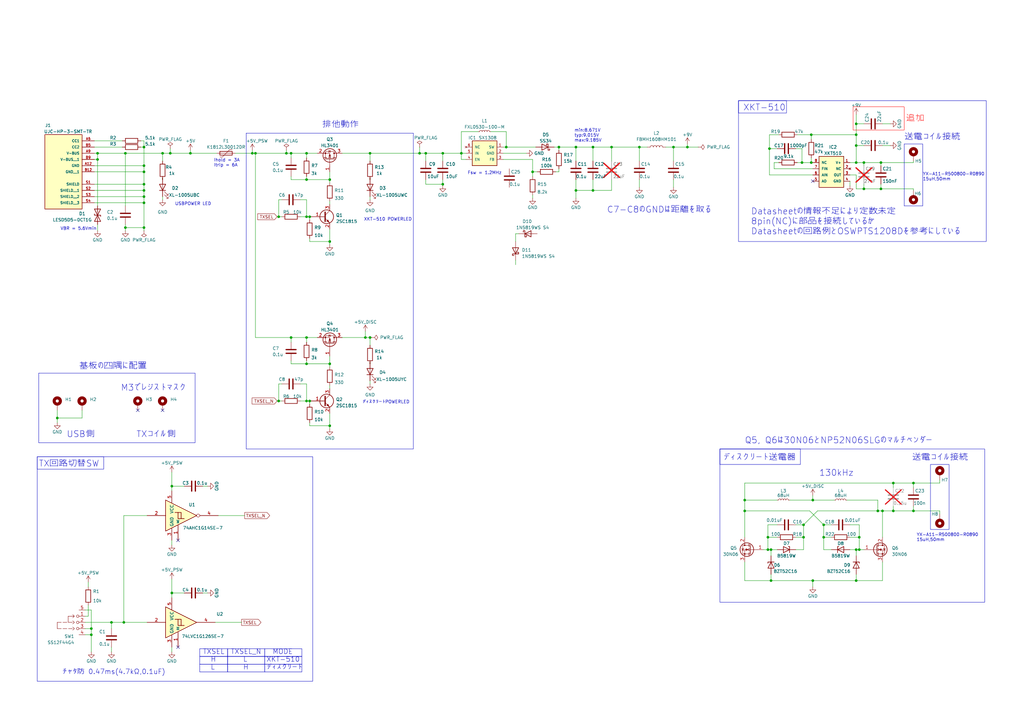
<source format=kicad_sch>
(kicad_sch (version 20230121) (generator eeschema)
  (paper "A3")
  (junction (at 66.675 62.865))
  (junction (at 125.73 164.465))
  (junction (at 172.085 62.865))
  (junction (at 332.74 66.675))
  (junction (at 59.055 75.565))
  (junction (at 352.425 220.345))
  (junction (at 174.625 62.865))
  (junction (at 125.73 73.66))
  (junction (at 51.435 93.345))
  (junction (at 45.72 255.27))
  (junction (at 51.435 62.865))
  (junction (at 59.055 78.105))
  (junction (at 37.465 257.81))
  (junction (at 125.73 138.43))
  (junction (at 315.595 60.96))
  (junction (at 305.435 209.55))
  (junction (at 181.61 62.865))
  (junction (at 316.23 225.425))
  (junction (at 354.33 66.675))
  (junction (at 151.765 138.43))
  (junction (at 127 164.465))
  (junction (at 37.465 260.35))
  (junction (at 314.96 225.425))
  (junction (at 119.38 62.865))
  (junction (at 314.96 220.345))
  (junction (at 40.005 62.865))
  (junction (at 337.82 220.345))
  (junction (at 333.375 238.125))
  (junction (at 374.65 209.55))
  (junction (at 243.205 60.325))
  (junction (at 360.045 209.55))
  (junction (at 352.425 225.425))
  (junction (at 59.055 67.945))
  (junction (at 236.22 78.105))
  (junction (at 351.155 225.425))
  (junction (at 149.86 138.43))
  (junction (at 59.055 70.485))
  (junction (at 70.485 243.205))
  (junction (at 59.055 83.185))
  (junction (at 351.155 59.69))
  (junction (at 374.65 198.12))
  (junction (at 69.85 62.865))
  (junction (at 78.105 62.865))
  (junction (at 59.055 80.645))
  (junction (at 333.375 205.105))
  (junction (at 59.055 60.325))
  (junction (at 351.155 238.125))
  (junction (at 23.495 171.45))
  (junction (at 189.23 62.865))
  (junction (at 332.74 55.245))
  (junction (at 135.255 73.66))
  (junction (at 250.825 60.325))
  (junction (at 361.315 77.47))
  (junction (at 281.94 60.325))
  (junction (at 305.435 205.105))
  (junction (at 50.8 255.27))
  (junction (at 135.255 149.225))
  (junction (at 337.82 215.265))
  (junction (at 361.315 66.675))
  (junction (at 127 88.9))
  (junction (at 40.005 65.405))
  (junction (at 329.565 215.265))
  (junction (at 351.155 66.675))
  (junction (at 104.775 62.865))
  (junction (at 70.485 199.39))
  (junction (at 125.73 88.9))
  (junction (at 117.475 62.865))
  (junction (at 135.255 174.625))
  (junction (at 328.93 66.675))
  (junction (at 114.3 164.465))
  (junction (at 329.565 220.345))
  (junction (at 366.395 209.55))
  (junction (at 119.38 138.43))
  (junction (at 218.44 70.485))
  (junction (at 351.155 50.8))
  (junction (at 125.73 149.225))
  (junction (at 236.22 60.325))
  (junction (at 207.645 60.325))
  (junction (at 243.205 78.105))
  (junction (at 135.255 99.06))
  (junction (at 354.33 77.47))
  (junction (at 181.61 75.565))
  (junction (at 361.95 209.55))
  (junction (at 114.3 88.9))
  (junction (at 366.395 198.12))
  (junction (at 262.255 60.325))
  (junction (at 151.765 62.865))
  (junction (at 229.235 60.325))
  (junction (at 276.225 60.325))
  (junction (at 103.505 62.865))
  (junction (at 351.155 55.245))
  (junction (at 316.23 238.125))
  (junction (at 59.055 93.345))
  (junction (at 125.73 62.865))
  (no_connect (at 333.375 74.295))
  (no_connect (at 73.025 221.615))
  (no_connect (at 56.515 168.275))
  (no_connect (at 73.025 265.43))
  (no_connect (at 66.675 168.275))
  (wire (pts (xy 119.38 138.43) (xy 125.73 138.43)))
  (wire (pts (xy 40.005 65.405) (xy 40.005 84.455)))
  (wire (pts (xy 123.19 157.48) (xy 125.73 157.48)))
  (wire (pts (xy 151.765 156.21) (xy 151.765 157.48)))
  (wire (pts (xy 38.735 57.785) (xy 50.165 57.785)))
  (wire (pts (xy 37.465 260.35) (xy 37.465 267.335)))
  (wire (pts (xy 348.615 220.345) (xy 352.425 220.345)))
  (wire (pts (xy 113.665 164.465) (xy 114.3 164.465)))
  (wire (pts (xy 151.765 62.865) (xy 151.765 66.04)))
  (wire (pts (xy 34.925 260.35) (xy 37.465 260.35)))
  (wire (pts (xy 354.33 77.47) (xy 361.315 77.47)))
  (wire (pts (xy 385.445 196.85) (xy 385.445 198.12)))
  (wire (pts (xy 385.445 209.55) (xy 385.445 210.82)))
  (wire (pts (xy 135.255 73.66) (xy 135.255 74.93)))
  (wire (pts (xy 125.73 138.43) (xy 125.73 140.335)))
  (wire (pts (xy 236.22 78.105) (xy 236.22 81.28)))
  (wire (pts (xy 151.765 73.66) (xy 151.765 73.025)))
  (wire (pts (xy 103.505 62.865) (xy 104.775 62.865)))
  (wire (pts (xy 59.055 93.345) (xy 59.055 83.185)))
  (wire (pts (xy 273.05 60.325) (xy 276.225 60.325)))
  (wire (pts (xy 119.38 72.39) (xy 119.38 73.66)))
  (wire (pts (xy 151.765 138.43) (xy 151.765 141.605)))
  (wire (pts (xy 262.255 60.325) (xy 265.43 60.325)))
  (wire (pts (xy 314.96 225.425) (xy 313.055 225.425)))
  (wire (pts (xy 125.73 147.955) (xy 125.73 149.225)))
  (wire (pts (xy 305.435 198.12) (xy 305.435 205.105)))
  (wire (pts (xy 38.735 78.105) (xy 59.055 78.105)))
  (wire (pts (xy 181.61 66.04) (xy 181.61 62.865)))
  (wire (pts (xy 33.655 168.275) (xy 33.655 171.45)))
  (wire (pts (xy 354.33 66.675) (xy 354.33 67.945)))
  (wire (pts (xy 250.825 73.66) (xy 250.825 78.105)))
  (wire (pts (xy 227.965 70.485) (xy 229.235 70.485)))
  (wire (pts (xy 218.44 65.405) (xy 218.44 70.485)))
  (wire (pts (xy 70.485 243.205) (xy 70.485 245.11)))
  (wire (pts (xy 351.155 77.47) (xy 354.33 77.47)))
  (wire (pts (xy 366.395 198.12) (xy 374.65 198.12)))
  (wire (pts (xy 51.435 93.345) (xy 59.055 93.345)))
  (wire (pts (xy 174.625 62.865) (xy 181.61 62.865)))
  (wire (pts (xy 354.33 59.69) (xy 351.155 59.69)))
  (wire (pts (xy 305.435 209.55) (xy 332.105 209.55)))
  (wire (pts (xy 70.485 199.39) (xy 70.485 201.295)))
  (wire (pts (xy 135.255 169.545) (xy 135.255 174.625)))
  (wire (pts (xy 135.255 174.625) (xy 135.255 175.895)))
  (wire (pts (xy 125.73 88.9) (xy 127 88.9)))
  (wire (pts (xy 191.135 65.405) (xy 189.23 65.405)))
  (wire (pts (xy 45.72 265.43) (xy 45.72 267.335)))
  (wire (pts (xy 250.825 60.325) (xy 262.255 60.325)))
  (wire (pts (xy 123.19 81.915) (xy 125.73 81.915)))
  (wire (pts (xy 317.5 66.675) (xy 319.405 66.675)))
  (wire (pts (xy 127 88.9) (xy 127 90.17)))
  (wire (pts (xy 332.74 55.245) (xy 351.155 55.245)))
  (wire (pts (xy 366.395 207.645) (xy 366.395 209.55)))
  (wire (pts (xy 60.325 211.455) (xy 50.8 211.455)))
  (wire (pts (xy 172.085 60.325) (xy 172.085 62.865)))
  (wire (pts (xy 135.255 70.485) (xy 135.255 73.66)))
  (wire (pts (xy 323.85 205.105) (xy 333.375 205.105)))
  (wire (pts (xy 140.335 138.43) (xy 149.86 138.43)))
  (wire (pts (xy 38.735 83.185) (xy 59.055 83.185)))
  (wire (pts (xy 151.765 62.865) (xy 172.085 62.865)))
  (wire (pts (xy 69.85 60.96) (xy 69.85 62.865)))
  (wire (pts (xy 36.195 238.76) (xy 36.195 240.665)))
  (wire (pts (xy 236.22 60.325) (xy 243.205 60.325)))
  (wire (pts (xy 59.055 67.945) (xy 59.055 70.485)))
  (wire (pts (xy 51.435 62.865) (xy 66.675 62.865)))
  (wire (pts (xy 305.435 209.55) (xy 305.435 220.345)))
  (wire (pts (xy 262.255 66.04) (xy 262.255 60.325)))
  (wire (pts (xy 351.155 55.245) (xy 351.155 59.69)))
  (wire (pts (xy 351.155 225.425) (xy 351.155 227.965)))
  (wire (pts (xy 104.775 138.43) (xy 119.38 138.43)))
  (wire (pts (xy 151.765 149.225) (xy 151.765 148.59)))
  (wire (pts (xy 135.255 149.225) (xy 135.255 150.495)))
  (wire (pts (xy 207.645 53.975) (xy 207.645 60.325)))
  (wire (pts (xy 326.39 215.265) (xy 329.565 215.265)))
  (wire (pts (xy 172.085 62.865) (xy 174.625 62.865)))
  (wire (pts (xy 34.925 255.27) (xy 45.72 255.27)))
  (wire (pts (xy 66.675 62.865) (xy 66.675 66.04)))
  (wire (pts (xy 59.055 94.615) (xy 59.055 93.345)))
  (wire (pts (xy 83.185 199.39) (xy 85.09 199.39)))
  (wire (pts (xy 123.19 164.465) (xy 125.73 164.465)))
  (wire (pts (xy 103.505 61.595) (xy 103.505 62.865)))
  (wire (pts (xy 115.57 157.48) (xy 114.3 157.48)))
  (wire (pts (xy 354.33 66.675) (xy 361.315 66.675)))
  (wire (pts (xy 45.72 255.27) (xy 45.72 257.81)))
  (wire (pts (xy 38.735 75.565) (xy 59.055 75.565)))
  (wire (pts (xy 243.205 60.325) (xy 250.825 60.325)))
  (wire (pts (xy 348.615 225.425) (xy 351.155 225.425)))
  (wire (pts (xy 149.86 138.43) (xy 151.765 138.43)))
  (wire (pts (xy 332.74 55.245) (xy 332.74 57.15)))
  (wire (pts (xy 127 174.625) (xy 135.255 174.625)))
  (wire (pts (xy 127 97.79) (xy 127 99.06)))
  (wire (pts (xy 243.205 78.105) (xy 250.825 78.105)))
  (wire (pts (xy 361.315 66.675) (xy 374.65 66.675)))
  (wire (pts (xy 348.615 71.755) (xy 351.155 71.755)))
  (wire (pts (xy 227.33 60.325) (xy 229.235 60.325)))
  (wire (pts (xy 352.425 215.265) (xy 352.425 220.345)))
  (wire (pts (xy 243.205 78.105) (xy 236.22 78.105)))
  (wire (pts (xy 374.65 66.04) (xy 374.65 66.675)))
  (wire (pts (xy 38.735 62.865) (xy 40.005 62.865)))
  (wire (pts (xy 119.38 73.66) (xy 125.73 73.66)))
  (wire (pts (xy 333.375 205.105) (xy 342.265 205.105)))
  (wire (pts (xy 88.265 255.27) (xy 99.06 255.27)))
  (wire (pts (xy 115.57 81.915) (xy 114.3 81.915)))
  (wire (pts (xy 135.255 93.98) (xy 135.255 99.06)))
  (wire (pts (xy 127 164.465) (xy 127 165.735)))
  (wire (pts (xy 314.96 220.345) (xy 314.96 225.425)))
  (wire (pts (xy 130.175 62.865) (xy 125.73 62.865)))
  (wire (pts (xy 127 164.465) (xy 127.635 164.465)))
  (wire (pts (xy 23.495 171.45) (xy 23.495 173.355)))
  (wire (pts (xy 333.375 238.125) (xy 351.155 238.125)))
  (wire (pts (xy 104.775 62.865) (xy 104.775 138.43)))
  (wire (pts (xy 211.455 106.68) (xy 211.455 108.585)))
  (wire (pts (xy 96.52 62.865) (xy 103.505 62.865)))
  (wire (pts (xy 329.565 225.425) (xy 326.39 225.425)))
  (wire (pts (xy 127 99.06) (xy 135.255 99.06)))
  (wire (pts (xy 119.38 140.335) (xy 119.38 138.43)))
  (wire (pts (xy 329.565 220.345) (xy 326.39 220.345)))
  (wire (pts (xy 328.93 66.675) (xy 332.74 66.675)))
  (wire (pts (xy 51.435 93.345) (xy 51.435 94.615)))
  (wire (pts (xy 361.315 77.47) (xy 361.315 75.565)))
  (wire (pts (xy 23.495 168.275) (xy 23.495 171.45)))
  (wire (pts (xy 337.82 220.345) (xy 337.82 225.425)))
  (wire (pts (xy 316.23 238.125) (xy 316.23 235.585)))
  (wire (pts (xy 125.73 81.915) (xy 125.73 88.9)))
  (wire (pts (xy 318.77 60.96) (xy 315.595 60.96)))
  (wire (pts (xy 59.055 60.325) (xy 59.055 67.945)))
  (wire (pts (xy 174.625 62.865) (xy 174.625 66.04)))
  (wire (pts (xy 117.475 62.865) (xy 119.38 62.865)))
  (wire (pts (xy 104.775 62.865) (xy 117.475 62.865)))
  (wire (pts (xy 34.925 250.19) (xy 37.465 250.19)))
  (wire (pts (xy 201.295 53.975) (xy 207.645 53.975)))
  (wire (pts (xy 70.485 199.39) (xy 75.565 199.39)))
  (wire (pts (xy 51.435 92.075) (xy 51.435 93.345)))
  (wire (pts (xy 59.055 75.565) (xy 59.055 78.105)))
  (wire (pts (xy 318.77 205.105) (xy 305.435 205.105)))
  (wire (pts (xy 57.785 60.325) (xy 59.055 60.325)))
  (wire (pts (xy 250.825 66.04) (xy 250.825 60.325)))
  (wire (pts (xy 236.22 73.66) (xy 236.22 78.105)))
  (wire (pts (xy 374.65 207.645) (xy 374.65 209.55)))
  (wire (pts (xy 70.485 237.49) (xy 70.485 243.205)))
  (wire (pts (xy 181.61 75.565) (xy 181.61 76.2)))
  (wire (pts (xy 351.155 46.99) (xy 351.155 50.8)))
  (wire (pts (xy 374.65 209.55) (xy 385.445 209.55)))
  (wire (pts (xy 337.82 220.345) (xy 340.995 220.345)))
  (wire (pts (xy 23.495 171.45) (xy 33.655 171.45)))
  (wire (pts (xy 59.055 70.485) (xy 59.055 75.565)))
  (wire (pts (xy 305.435 238.125) (xy 316.23 238.125)))
  (wire (pts (xy 374.65 200.025) (xy 374.65 198.12)))
  (wire (pts (xy 135.255 146.05) (xy 135.255 149.225)))
  (wire (pts (xy 113.665 88.9) (xy 114.3 88.9)))
  (wire (pts (xy 70.485 243.205) (xy 75.565 243.205)))
  (wire (pts (xy 125.73 157.48) (xy 125.73 164.465)))
  (wire (pts (xy 374.65 77.47) (xy 374.65 78.105)))
  (wire (pts (xy 305.435 205.105) (xy 305.435 209.55)))
  (wire (pts (xy 351.155 50.8) (xy 351.155 55.245)))
  (wire (pts (xy 69.85 62.865) (xy 78.105 62.865)))
  (wire (pts (xy 38.735 65.405) (xy 40.005 65.405)))
  (wire (pts (xy 174.625 73.66) (xy 174.625 75.565)))
  (wire (pts (xy 351.155 50.8) (xy 354.33 50.8)))
  (wire (pts (xy 316.23 225.425) (xy 316.23 227.965)))
  (wire (pts (xy 316.23 238.125) (xy 333.375 238.125)))
  (wire (pts (xy 78.105 62.865) (xy 88.9 62.865)))
  (wire (pts (xy 59.055 78.105) (xy 59.055 80.645)))
  (wire (pts (xy 328.93 60.96) (xy 328.93 66.675)))
  (wire (pts (xy 70.485 221.615) (xy 70.485 223.52)))
  (wire (pts (xy 348.615 215.265) (xy 352.425 215.265)))
  (wire (pts (xy 328.93 66.675) (xy 327.025 66.675)))
  (wire (pts (xy 351.155 238.125) (xy 351.155 235.585)))
  (wire (pts (xy 66.675 80.645) (xy 66.675 81.915)))
  (wire (pts (xy 315.595 55.245) (xy 315.595 60.96)))
  (wire (pts (xy 127 88.9) (xy 127.635 88.9)))
  (wire (pts (xy 333.375 203.2) (xy 333.375 205.105)))
  (wire (pts (xy 181.61 62.865) (xy 189.23 62.865)))
  (wire (pts (xy 352.425 225.425) (xy 354.33 225.425)))
  (wire (pts (xy 40.005 62.865) (xy 40.005 65.405)))
  (wire (pts (xy 314.96 215.265) (xy 314.96 220.345)))
  (wire (pts (xy 119.38 62.865) (xy 125.73 62.865)))
  (wire (pts (xy 125.73 62.865) (xy 125.73 64.77)))
  (wire (pts (xy 125.73 164.465) (xy 127 164.465)))
  (wire (pts (xy 119.38 62.865) (xy 119.38 64.77)))
  (wire (pts (xy 127 173.355) (xy 127 174.625)))
  (wire (pts (xy 374.65 209.55) (xy 366.395 209.55)))
  (wire (pts (xy 189.23 62.865) (xy 189.23 53.975)))
  (wire (pts (xy 236.22 66.04) (xy 236.22 60.325)))
  (wire (pts (xy 315.595 60.96) (xy 315.595 71.755)))
  (wire (pts (xy 318.77 225.425) (xy 316.23 225.425)))
  (wire (pts (xy 151.765 138.43) (xy 152.4 138.43)))
  (wire (pts (xy 337.82 215.265) (xy 337.82 220.345)))
  (wire (pts (xy 119.38 149.225) (xy 125.73 149.225)))
  (wire (pts (xy 360.045 209.55) (xy 361.95 209.55)))
  (wire (pts (xy 326.39 60.96) (xy 328.93 60.96)))
  (wire (pts (xy 361.315 66.675) (xy 361.315 67.945)))
  (wire (pts (xy 318.77 215.265) (xy 314.96 215.265)))
  (wire (pts (xy 348.615 66.675) (xy 351.155 66.675)))
  (wire (pts (xy 135.255 82.55) (xy 135.255 83.82)))
  (wire (pts (xy 366.395 209.55) (xy 361.95 209.55)))
  (wire (pts (xy 281.94 59.055) (xy 281.94 60.325)))
  (wire (pts (xy 361.95 220.345) (xy 361.95 209.55)))
  (wire (pts (xy 305.435 230.505) (xy 305.435 238.125)))
  (wire (pts (xy 189.23 53.975) (xy 196.215 53.975)))
  (wire (pts (xy 50.8 211.455) (xy 50.8 255.27)))
  (wire (pts (xy 333.375 238.125) (xy 333.375 240.665)))
  (wire (pts (xy 38.735 80.645) (xy 59.055 80.645)))
  (wire (pts (xy 351.155 66.675) (xy 354.33 66.675)))
  (wire (pts (xy 361.315 77.47) (xy 374.65 77.47)))
  (wire (pts (xy 366.395 198.12) (xy 366.395 200.025)))
  (wire (pts (xy 149.86 135.89) (xy 149.86 138.43)))
  (wire (pts (xy 123.19 88.9) (xy 125.73 88.9)))
  (wire (pts (xy 333.375 66.675) (xy 332.74 66.675)))
  (wire (pts (xy 229.235 70.485) (xy 229.235 69.215)))
  (wire (pts (xy 174.625 75.565) (xy 181.61 75.565)))
  (wire (pts (xy 340.995 215.265) (xy 337.82 215.265)))
  (wire (pts (xy 317.5 69.215) (xy 317.5 66.675)))
  (wire (pts (xy 51.435 62.865) (xy 51.435 84.455)))
  (wire (pts (xy 37.465 257.81) (xy 37.465 260.35)))
  (wire (pts (xy 218.44 65.405) (xy 206.375 65.405)))
  (wire (pts (xy 40.005 92.075) (xy 40.005 94.615)))
  (wire (pts (xy 361.95 230.505) (xy 361.95 238.125)))
  (wire (pts (xy 151.765 80.645) (xy 151.765 81.915)))
  (wire (pts (xy 66.675 73.66) (xy 66.675 73.025)))
  (wire (pts (xy 37.465 250.19) (xy 37.465 257.81)))
  (wire (pts (xy 191.135 62.865) (xy 189.23 62.865)))
  (wire (pts (xy 229.235 60.325) (xy 236.22 60.325)))
  (wire (pts (xy 207.645 60.325) (xy 206.375 60.325)))
  (wire (pts (xy 181.61 73.66) (xy 181.61 75.565)))
  (wire (pts (xy 114.3 81.915) (xy 114.3 88.9)))
  (wire (pts (xy 335.28 209.55) (xy 360.045 209.55)))
  (wire (pts (xy 337.82 225.425) (xy 340.995 225.425)))
  (wire (pts (xy 243.205 66.04) (xy 243.205 60.325)))
  (wire (pts (xy 365.125 59.69) (xy 361.95 59.69)))
  (wire (pts (xy 40.005 62.865) (xy 51.435 62.865)))
  (wire (pts (xy 38.735 67.945) (xy 59.055 67.945)))
  (wire (pts (xy 212.725 95.885) (xy 211.455 95.885)))
  (wire (pts (xy 34.925 257.81) (xy 37.465 257.81)))
  (wire (pts (xy 351.155 225.425) (xy 352.425 225.425)))
  (wire (pts (xy 332.74 64.77) (xy 332.74 66.675)))
  (wire (pts (xy 361.95 50.8) (xy 365.125 50.8)))
  (wire (pts (xy 351.155 71.755) (xy 351.155 77.47)))
  (wire (pts (xy 347.345 205.105) (xy 360.045 205.105)))
  (wire (pts (xy 360.045 205.105) (xy 360.045 209.55)))
  (wire (pts (xy 140.335 62.865) (xy 151.765 62.865)))
  (wire (pts (xy 38.735 70.485) (xy 59.055 70.485)))
  (wire (pts (xy 135.255 158.115) (xy 135.255 159.385)))
  (wire (pts (xy 130.175 138.43) (xy 125.73 138.43)))
  (wire (pts (xy 348.615 74.295) (xy 348.615 76.2)))
  (wire (pts (xy 206.375 62.865) (xy 215.9 62.865)))
  (wire (pts (xy 66.675 62.865) (xy 69.85 62.865)))
  (wire (pts (xy 229.235 60.325) (xy 229.235 61.595)))
  (wire (pts (xy 207.645 60.325) (xy 219.71 60.325)))
  (wire (pts (xy 332.105 209.55) (xy 337.82 215.265)))
  (wire (pts (xy 366.395 198.12) (xy 305.435 198.12)))
  (wire (pts (xy 276.225 60.325) (xy 276.225 66.04)))
  (wire (pts (xy 329.565 215.265) (xy 329.565 220.345)))
  (wire (pts (xy 281.94 60.325) (xy 286.385 60.325)))
  (wire (pts (xy 318.77 220.345) (xy 314.96 220.345)))
  (wire (pts (xy 317.5 69.215) (xy 333.375 69.215)))
  (wire (pts (xy 189.23 65.405) (xy 189.23 62.865)))
  (wire (pts (xy 125.73 72.39) (xy 125.73 73.66)))
  (wire (pts (xy 335.28 209.55) (xy 329.565 215.265)))
  (wire (pts (xy 315.595 71.755) (xy 333.375 71.755)))
  (wire (pts (xy 361.95 238.125) (xy 351.155 238.125)))
  (wire (pts (xy 374.65 198.12) (xy 385.445 198.12)))
  (wire (pts (xy 59.055 57.785) (xy 59.055 60.325)))
  (wire (pts (xy 218.44 80.01) (xy 218.44 81.28)))
  (wire (pts (xy 36.195 248.285) (xy 36.195 252.73)))
  (wire (pts (xy 135.255 99.06) (xy 135.255 100.33)))
  (wire (pts (xy 50.8 255.27) (xy 60.325 255.27)))
  (wire (pts (xy 125.73 149.225) (xy 135.255 149.225)))
  (wire (pts (xy 125.73 73.66) (xy 135.255 73.66)))
  (wire (pts (xy 218.44 70.485) (xy 220.345 70.485)))
  (wire (pts (xy 119.38 147.955) (xy 119.38 149.225)))
  (wire (pts (xy 276.225 73.66) (xy 276.225 76.835)))
  (wire (pts (xy 352.425 220.345) (xy 352.425 225.425)))
  (wire (pts (xy 38.735 60.325) (xy 50.165 60.325)))
  (wire (pts (xy 45.72 255.27) (xy 50.8 255.27)))
  (wire (pts (xy 243.205 73.66) (xy 243.205 78.105)))
  (wire (pts (xy 59.055 80.645) (xy 59.055 83.185)))
  (wire (pts (xy 327.025 55.245) (xy 332.74 55.245)))
  (wire (pts (xy 218.44 70.485) (xy 218.44 72.39)))
  (wire (pts (xy 329.565 220.345) (xy 329.565 225.425)))
  (wire (pts (xy 211.455 95.885) (xy 211.455 99.06)))
  (wire (pts (xy 276.225 60.325) (xy 281.94 60.325)))
  (wire (pts (xy 316.23 225.425) (xy 314.96 225.425)))
  (wire (pts (xy 83.185 243.205) (xy 85.09 243.205)))
  (wire (pts (xy 89.535 211.455) (xy 100.33 211.455)))
  (wire (pts (xy 114.3 88.9) (xy 115.57 88.9)))
  (wire (pts (xy 114.3 164.465) (xy 115.57 164.465)))
  (wire (pts (xy 70.485 265.43) (xy 70.485 267.335)))
  (wire (pts (xy 262.255 73.66) (xy 262.255 76.835)))
  (wire (pts (xy 319.405 55.245) (xy 315.595 55.245)))
  (wire (pts (xy 114.3 157.48) (xy 114.3 164.465)))
  (wire (pts (xy 70.485 193.675) (xy 70.485 199.39)))
  (wire (pts (xy 34.925 252.73) (xy 36.195 252.73)))
  (wire (pts (xy 351.155 59.69) (xy 351.155 66.675)))
  (wire (pts (xy 57.785 57.785) (xy 59.055 57.785)))
  (wire (pts (xy 117.475 61.595) (xy 117.475 62.865)))
  (wire (pts (xy 354.33 75.565) (xy 354.33 77.47)))
  (wire (pts (xy 78.105 61.595) (xy 78.105 62.865)))
  (rectangle (start 108.585 266.065) (end 123.825 269.24))
  (rectangle (start 15.24 187.325) (end 128.27 279.4))
  (rectangle (start 381.635 190.5) (end 389.255 217.17))
  (rectangle (start 349.885 43.815) (end 370.84 53.34) (stroke (width 0) (color 255 0 0 1)))
  (rectangle (start 302.895 41.275) (end 322.58 46.355))
  (rectangle (start 100.965 54.61) (end 169.545 184.15))
  (rectangle (start 93.345 269.24) (end 108.585 272.415))
  (rectangle (start 15.875 153.035) (end 80.01 181.61))
  (rectangle (start 81.915 272.415) (end 93.345 275.59))
  (rectangle (start 370.84 59.055) (end 378.46 84.455))
  (rectangle (start 295.275 184.15) (end 328.295 190.5))
  (rectangle (start 93.345 266.065) (end 108.585 269.24))
  (rectangle (start 108.585 269.24) (end 123.825 272.415))
  (rectangle (start 81.915 266.065) (end 93.345 269.24))
  (rectangle (start 81.915 269.24) (end 93.345 272.415))
  (rectangle (start 108.585 272.415) (end 123.825 275.59))
  (rectangle (start 295.275 184.15) (end 403.86 247.015))
  (rectangle (start 93.345 272.415) (end 108.585 275.59))
  (rectangle (start 15.24 187.325) (end 42.545 192.405))
  (rectangle (start 302.895 41.275) (end 404.495 99.06))
  (text "YX-A11-R500800-R0890\n15uH,50mm" (at 378.46 74.295 0) (effects (font (size 1.27 1.27)) (justify left bottom)))
  (text "TXコイル側" (at 55.88 179.705 0) (effects (font (size 2.54 2.54)) (justify left bottom)))
  (text "XKT-510" (at 109.22 271.78 0) (effects (font (size 2 2)) (justify left bottom)))
  (text "130kHz" (at 335.915 195.58 0) (effects (font (size 2.54 2.54)) (justify left bottom)))
  (text "H" (at 99.695 274.955 0) (effects (font (size 2 2)) (justify left bottom)))
  (text "XKT-510 POWERLED" (at 149.225 90.805 0) (effects (font (size 1.27 1.27)) (justify left bottom)))
  (text "送電コイル接続" (at 374.015 189.23 0) (effects (font (size 2.54 2.54)) (justify left bottom)))
  (text "Fsw = 1.2MHz" (at 191.77 71.755 0) (effects (font (size 1.27 1.27)) (justify left bottom)))
  (text "送電コイル接続" (at 370.84 57.785 0) (effects (font (size 2.54 2.54)) (justify left bottom)))
  (text "USB側" (at 27.305 179.705 0) (effects (font (size 2.54 2.54)) (justify left bottom)))
  (text "追加" (at 371.475 50.165 0) (effects (font (size 2.54 2.54)) (justify left bottom)))
  (text "Ihold = 3A\nItrip = 6A" (at 87.63 68.58 0) (effects (font (size 1.27 1.27)) (justify left bottom)))
  (text "TXSEL_N" (at 94.615 268.605 0) (effects (font (size 2 2)) (justify left bottom)))
  (text "TX回路切替SW" (at 15.875 191.77 0) (effects (font (size 2.54 2.54)) (justify left bottom)))
  (text "USBPOWER LED" (at 71.755 84.455 0) (effects (font (size 1.27 1.27)) (justify left bottom)))
  (text "VBR = 5.6Vmin" (at 24.765 94.615 0) (effects (font (size 1.27 1.27)) (justify left bottom)))
  (text "XKT-510" (at 304.8 45.72 0) (effects (font (size 2.54 2.54)) (justify left bottom)))
  (text "ディスクリート送電器" (at 296.545 189.23 0) (effects (font (size 2.54 2.54)) (justify left bottom)))
  (text "M3でレジストマスク" (at 49.53 160.655 0) (effects (font (size 2.54 2.54)) (justify left bottom)))
  (text "排他動作" (at 132.08 52.705 0) (effects (font (size 2.54 2.54)) (justify left bottom)))
  (text "L\n" (at 86.36 274.955 0) (effects (font (size 2 2)) (justify left bottom)))
  (text "ディスクリートPOWERLED" (at 148.59 165.735 0) (effects (font (size 1.27 1.27)) (justify left bottom)))
  (text "C7-C8のGNDは距離を取る" (at 248.92 87.63 0) (effects (font (size 2.54 2.54)) (justify left bottom)))
  (text "Q5, Q6は30N06とNP52N06SLGのマルチベンダー" (at 305.435 182.245 0) (effects (font (size 2.54 2.54)) (justify left bottom)))
  (text "H" (at 86.36 271.78 0) (effects (font (size 2 2)) (justify left bottom)))
  (text "min:8.671V\ntyp:9.015V\nmax:9.185V" (at 235.585 58.42 0) (effects (font (size 1.27 1.27)) (justify left bottom)))
  (text "ディスクリート" (at 109.22 274.955 0) (effects (font (size 2 2)) (justify left bottom)))
  (text "L\n" (at 99.695 271.78 0) (effects (font (size 2 2)) (justify left bottom)))
  (text "YX-A11-R500800-R0890\n15uH,50mm" (at 375.92 222.25 0) (effects (font (size 1.27 1.27)) (justify left bottom)))
  (text "TXSEL" (at 83.185 268.605 0) (effects (font (size 2 2)) (justify left bottom)))
  (text "Datasheetの情報不足により定数未定\n8pin(NC)に部品を接続しているが\nDatasheetの回路例とOSWPTS1208Dを参考にしている" (at 307.975 96.52 0) (effects (font (size 2.54 2.54)) (justify left bottom)))
  (text "チャタ防 0.47ms(4.7kΩ,0.1uF)" (at 25.4 276.86 0) (effects (font (size 2 2)) (justify left bottom)))
  (text "MODE" (at 111.76 268.605 0) (effects (font (size 2 2)) (justify left bottom)))
  (text "基板の四隅に配置" (at 32.385 151.765 0) (effects (font (size 2.54 2.54)) (justify left bottom)))
  (global_label "TXSEL_N" (shape output) (at 100.33 211.455 0) (property "Intersheetrefs" "${INTERSHEET_REFS}" (effects hide)))
  (global_label "TXSEL" (shape input) (at 113.665 88.9 180) (property "Intersheetrefs" "${INTERSHEET_REFS}" (effects hide)))
  (global_label "TXSEL" (shape output) (at 99.06 255.27 0) (property "Intersheetrefs" "${INTERSHEET_REFS}" (effects hide)))
  (global_label "TXSEL_N" (shape input) (at 113.665 164.465 180) (property "Intersheetrefs" "${INTERSHEET_REFS}" (effects hide)))
  (symbol (lib_id "Device:R") (at 151.765 145.415 0) (unit 1)
    (property "Reference" "R14" (at 155.575 144.145 0))
    (property "Value" "1k" (at 155.575 146.685 0))
    (property "Footprint" "Resistor_SMD:R_0402_1005Metric_Pad0.72x0.64mm_HandSolder" (effects hide))
  )
  (symbol (lib_id "power:+5V") (at 78.105 61.595 0) (unit 1)
    (property "Reference" "#PWR011" (effects hide))
    (property "Value" "+5V" (at 78.105 57.785 0))
  )
  (symbol (lib_id "power:GND") (at 85.09 199.39 90) (unit 1)
    (property "Reference" "#PWR012" (effects hide))
    (property "Value" "GND" (at 88.9 199.39 0))
  )
  (symbol (lib_id "power:GND") (at 51.435 94.615 0) (unit 1)
    (property "Reference" "#PWR05" (effects hide))
    (property "Value" "GND" (at 51.435 98.425 0))
  )
  (symbol (lib_id "Device:R") (at 53.975 57.785 90) (unit 1)
    (property "Reference" "R2" (at 46.355 56.515 90))
    (property "Value" "5.1k" (at 61.595 56.515 90))
    (property "Footprint" "Resistor_SMD:R_0402_1005Metric_Pad0.72x0.64mm_HandSolder" (effects hide))
  )
  (symbol (lib_id "Device:R") (at 135.255 78.74 0) (unit 1)
    (property "Reference" "R11" (at 137.16 78.105 0) (effects (justify left)))
    (property "Value" "330" (at 137.16 81.28 0) (effects (justify left)))
    (property "Footprint" "Resistor_SMD:R_0402_1005Metric_Pad0.72x0.64mm_HandSolder" (effects hide))
  )
  (symbol (lib_id "74LVC1G126SE-7:74LVC1G126SE-7") (at 75.565 255.27 0) (unit 1)
    (property "Reference" "U2" (at 90.17 251.8411 0))
    (property "Value" "74LVC1G126SE-7" (at 83.185 260.985 0))
    (property "Footprint" "74LVCE1G126SE-7:SOT-353_L2.1-W1.3-P0.65-LS2.3-BL" (effects hide))
    (property "Datasheet" "https://datasheet.lcsc.com/lcsc/2210281000_Diodes-Incorporated-74LVCE1G126SE-7_C842506.pdf" (effects hide))
  )
  (symbol (lib_id "Device:R") (at 218.44 76.2 0) (unit 1)
    (property "Reference" "R15" (at 220.345 75.565 0) (effects (justify left)))
    (property "Value" "8.2k" (at 220.345 78.74 0) (effects (justify left)))
    (property "Footprint" "Resistor_SMD:R_0402_1005Metric_Pad0.72x0.64mm_HandSolder" (effects hide))
  )
  (symbol (lib_id "SX1308:SX1308") (at 208.915 60.325 0) (mirror y) (unit 1)
    (property "Reference" "IC1" (at 193.675 56.515 0))
    (property "Value" "SX1308" (at 200.025 56.515 0))
    (property "Footprint" "Package_TO_SOT_SMD:TSOT-23-6_HandSoldering" (effects hide))
    (property "Datasheet" "https://datasheet.lcsc.com/lcsc/1811011513_SX-Shenzhen-Suosemi-Tech-SX1308_C78162.pdf" (effects hide))
    (property "MANUFACTURER_NAME" "CoreChips" (effects hide))
    (property "DESCRIPTION" "Wireless" (effects hide))
    (property "MANUFACTURER_PART_NUMBER" "SX1308" (effects hide))
  )
  (symbol (lib_id "Device:C") (at 119.38 144.145 0) (unit 1)
    (property "Reference" "C7" (at 111.76 142.875 0) (effects (justify left)))
    (property "Value" "0.1u" (at 111.76 145.415 0) (effects (justify left)))
    (property "Footprint" "Capacitor_SMD:C_0402_1005Metric_Pad0.74x0.62mm_HandSolder" (effects hide))
  )
  (symbol (lib_id "B5819W:B5819W") (at 322.58 225.425 0) (mirror y) (unit 1)
    (property "Reference" "D7" (at 322.58 222.885 0))
    (property "Value" "B5819W" (at 322.58 227.965 0))
    (property "Footprint" "Diode_SMD:D_SOD-123" (effects hide))
    (property "Datasheet" "https://datasheet.lcsc.com/lcsc/2201141700_GOODWORK-B5819W_C2943878.pdf" (effects hide))
  )
  (symbol (lib_id "Device:R") (at 119.38 164.465 90) (unit 1)
    (property "Reference" "R6" (at 118.745 162.56 90) (effects (justify left)))
    (property "Value" "10k" (at 123.825 162.56 90) (effects (justify left)))
    (property "Footprint" "Resistor_SMD:R_0402_1005Metric_Pad0.72x0.64mm_HandSolder" (effects hide))
  )
  (symbol (lib_id "power:PWR_FLAG") (at 59.055 94.615 180) (unit 1)
    (property "Reference" "#FLG01" (effects hide))
    (property "Value" "PWR_FLAG" (at 59.055 98.425 0))
  )
  (symbol (lib_id "power:GND") (at 276.225 76.835 0) (unit 1)
    (property "Reference" "#PWR024" (effects hide))
    (property "Value" "GND" (at 276.225 80.645 0))
  )
  (symbol (lib_id "power:GND") (at 348.615 76.2 0) (unit 1)
    (property "Reference" "#PWR028" (effects hide))
    (property "Value" "GND" (at 348.615 80.01 0))
  )
  (symbol (lib_id "1N5819WS S4:1N5819WS S4") (at 216.535 95.885 0) (unit 1)
    (property "Reference" "D10" (at 216.2175 90.805 0))
    (property "Value" "1N5819WS S4" (at 218.44 93.345 0))
    (property "Footprint" "SOD-323_L1.7-W1.3-LS2.6-RD-1" (effects hide))
  )
  (symbol (lib_id "Device:C") (at 374.65 203.835 0) (unit 1)
    (property "Reference" "C23" (at 375.285 201.295 0) (effects (justify left)))
    (property "Value" "100n" (at 374.65 206.375 0) (effects (justify left)))
    (property "Footprint" "Capacitor_SMD:C_1206_3216Metric_Pad1.33x1.80mm_HandSolder" (effects hide))
    (property "Datasheet" "https://datasheet.lcsc.com/lcsc/2108150330_Walsin-Tech-Corp-1206B154K500CT_C2859296.pdf" (effects hide))
  )
  (symbol (lib_id "power:GND") (at 23.495 173.355 0) (unit 1)
    (property "Reference" "#PWR033" (effects hide))
    (property "Value" "GND" (at 23.495 177.165 0))
  )
  (symbol (lib_id "Mechanical:MountingHole_Pad") (at 385.445 213.36 180) (unit 1)
    (property "Reference" "H8" (at 384.81 210.82 0) (effects (justify left)))
    (property "Value" "MountingHole_Pad" (effects hide))
    (property "Footprint" "MountingHole:MountingHole_2.2mm_M2_DIN965_Pad" (effects hide))
  )
  (symbol (lib_name "+5V_1") (lib_id "power:+5V") (at 281.94 59.055 0) (unit 1)
    (property "Reference" "#PWR025" (effects hide))
    (property "Value" "+9V" (at 281.94 55.245 0))
  )
  (symbol (lib_id "Device:R") (at 151.765 69.85 0) (unit 1)
    (property "Reference" "R13" (at 155.575 68.58 0))
    (property "Value" "1k" (at 155.575 71.12 0))
    (property "Footprint" "Resistor_SMD:R_0402_1005Metric_Pad0.72x0.64mm_HandSolder" (effects hide))
  )
  (symbol (lib_id "Device:R") (at 224.155 70.485 270) (unit 1)
    (property "Reference" "R16" (at 224.155 65.405 90))
    (property "Value" "100k" (at 224.155 67.945 90))
    (property "Footprint" "Resistor_SMD:R_0402_1005Metric_Pad0.72x0.64mm_HandSolder" (effects hide))
  )
  (symbol (lib_id "Device:LED") (at 151.765 76.835 90) (unit 1)
    (property "Reference" "D3" (at 155.575 77.1524 90) (effects (justify right)))
    (property "Value" "XL-1005UWC" (at 154.305 80.01 90) (effects (justify right)))
    (property "Footprint" "LED_SMD:LED_0402_1005Metric_Pad0.77x0.64mm_HandSolder" (effects hide))
  )
  (symbol (lib_id "power:PWR_FLAG") (at 286.385 60.325 270) (unit 1)
    (property "Reference" "#FLG05" (effects hide))
    (property "Value" "PWR_FLAG" (at 294.64 60.325 90))
  )
  (symbol (lib_id "SS34:SS34") (at 223.52 60.325 180) (unit 1)
    (property "Reference" "D5" (at 223.8375 55.245 0))
    (property "Value" "SS34" (at 223.8375 57.785 0))
    (property "Footprint" "SS34:SS34" (effects hide))
  )
  (symbol (lib_id "Device:R") (at 229.235 65.405 0) (unit 1)
    (property "Reference" "R17" (at 231.14 63.5 0) (effects (justify left)))
    (property "Value" "15k" (at 231.14 66.04 0) (effects (justify left)))
    (property "Footprint" "Resistor_SMD:R_0402_1005Metric_Pad0.72x0.64mm_HandSolder" (effects hide))
  )
  (symbol (lib_id "FBMH1608HM101:FBMH1608HM101") (at 269.24 60.325 90) (unit 1)
    (property "Reference" "L2" (at 269.24 54.61 90))
    (property "Value" "FBMH1608HM101" (at 269.24 57.15 90))
    (property "Footprint" "Inductor_SMD:L_0603_1608Metric_Pad1.05x0.95mm_HandSolder" (effects hide))
  )
  (symbol (lib_id "Device:C") (at 250.825 69.85 0) (unit 1) (dnp yes)
    (property "Reference" "C13" (at 251.46 67.31 0) (effects (justify left)))
    (property "Value" "22uF" (at 251.46 72.39 0) (effects (justify left)))
    (property "Footprint" "Capacitor_SMD:C_1206_3216Metric_Pad1.33x1.80mm_HandSolder" (effects hide))
  )
  (symbol (lib_id "Device:C") (at 119.38 81.915 270) (unit 1)
    (property "Reference" "C6" (at 114.3 80.01 90) (effects (justify left)))
    (property "Value" "47p" (at 120.65 80.01 90) (effects (justify left)))
    (property "Footprint" "Capacitor_SMD:C_0402_1005Metric_Pad0.74x0.62mm_HandSolder" (effects hide))
  )
  (symbol (lib_id "power:PWR_FLAG") (at 69.85 60.96 0) (unit 1)
    (property "Reference" "#FLG02" (effects hide))
    (property "Value" "PWR_FLAG" (at 69.85 57.15 0))
  )
  (symbol (lib_id "Device:LED") (at 151.765 152.4 90) (unit 1)
    (property "Reference" "D4" (at 155.575 152.7174 90) (effects (justify right)))
    (property "Value" "XL-1005UYC" (at 154.305 155.575 90) (effects (justify right)))
    (property "Footprint" "LED_SMD:LED_0402_1005Metric_Pad0.77x0.64mm_HandSolder" (effects hide))
  )
  (symbol (lib_id "Mechanical:MountingHole_Pad") (at 33.655 165.735 0) (unit 1)
    (property "Reference" "H2" (at 36.83 163.83 0) (effects (justify left)))
    (property "Value" "MountingHole_Pad" (effects hide))
    (property "Footprint" "MountingHole:MountingHole_3.2mm_M3_Pad_Via" (effects hide))
  )
  (symbol (lib_id "Device:R") (at 344.805 220.345 90) (unit 1)
    (property "Reference" "R22" (at 340.36 219.075 90))
    (property "Value" "100" (at 349.25 219.075 90))
    (property "Footprint" "Resistor_SMD:R_0402_1005Metric_Pad0.72x0.64mm_HandSolder" (effects hide))
  )
  (symbol (lib_id "1N5819WS S4:1N5819WS S4") (at 211.455 102.87 90) (unit 1)
    (property "Reference" "D11" (at 213.995 102.5525 90) (effects (justify right)))
    (property "Value" "1N5819WS S4" (at 213.995 105.0925 90) (effects (justify right)))
    (property "Footprint" "SOD-323_L1.7-W1.3-LS2.6-RD-1" (effects hide))
  )
  (symbol (lib_id "power:GND") (at 236.22 81.28 0) (unit 1)
    (property "Reference" "#PWR022" (effects hide))
    (property "Value" "GND" (at 236.22 85.09 0))
  )
  (symbol (lib_id "K1812L30012DR:K1812L30012DR") (at 92.71 62.865 270) (unit 1)
    (property "Reference" "F1" (at 92.71 57.785 90))
    (property "Value" "K1812L30012DR" (at 92.71 60.325 90))
    (property "Footprint" "K1812L30012DR:K1812L30012DR" (effects hide))
  )
  (symbol (lib_id "power:GND") (at 333.375 240.665 0) (unit 1)
    (property "Reference" "#PWR027" (effects hide))
    (property "Value" "GND" (at 333.375 244.475 0))
  )
  (symbol (lib_id "power:GND") (at 135.255 175.895 0) (unit 1)
    (property "Reference" "#PWR015" (effects hide))
    (property "Value" "GND" (at 135.255 179.705 0))
  )
  (symbol (lib_id "74ahc1g14SE-7:74AHC1G14SE-7") (at 75.565 211.455 0) (unit 1)
    (property "Reference" "U1" (at 78.74 207.01 0))
    (property "Value" "74AHC1G14SE-7" (at 83.185 216.535 0))
    (property "Footprint" "74AHC1G14SE-7:SOT-353_L2.1-W1.3-P0.65-LS2.3-BR" (effects hide))
    (property "Datasheet" "https://datasheet.lcsc.com/lcsc/1912111437_Diodes-Incorporated-74AHC1G14SE-7_C460491.pdf" (effects hide))
  )
  (symbol (lib_id "power:GND") (at 37.465 267.335 0) (unit 1)
    (property "Reference" "#PWR02" (effects hide))
    (property "Value" "GND" (at 37.465 271.145 0))
  )
  (symbol (lib_id "Device:R") (at 125.73 68.58 0) (unit 1)
    (property "Reference" "R7" (at 127.635 67.945 0) (effects (justify left)))
    (property "Value" "3k" (at 127.635 71.12 0) (effects (justify left)))
    (property "Footprint" "Resistor_SMD:R_0402_1005Metric_Pad0.72x0.64mm_HandSolder" (effects hide))
  )
  (symbol (lib_id "Transistor_FET:AO3401A") (at 135.255 65.405 270) (mirror x) (unit 1)
    (property "Reference" "Q3" (at 135.255 57.15 90))
    (property "Value" "HL3401" (at 135.255 59.69 90))
    (property "Footprint" "Package_TO_SOT_SMD:SOT-23" (effects hide))
    (property "Datasheet" "https://datasheet.lcsc.com/lcsc/2306211455_HL-3401_C7431448.pdf" (effects hide))
  )
  (symbol (lib_id "YNR6045-680M:YNR6045-680M") (at 321.31 205.105 0) (unit 1)
    (property "Reference" "L3" (at 321.31 201.295 0))
    (property "Value" "68uH" (at 321.31 203.2 0))
    (property "Footprint" "YNR6045-680M:IND-SMD_L6.0-W6.0" (effects hide))
  )
  (symbol (lib_name "+5V_3") (lib_id "power:+5V") (at 149.86 135.89 0) (unit 1)
    (property "Reference" "#PWR016" (effects hide))
    (property "Value" "+5V_DISC" (at 149.86 132.08 0))
  )
  (symbol (lib_id "Device:C") (at 366.395 203.835 0) (unit 1) (dnp yes)
    (property "Reference" "C22" (at 367.03 201.295 0) (effects (justify left)))
    (property "Value" "0.15u" (at 366.395 206.375 0) (effects (justify left)))
    (property "Footprint" "Capacitor_SMD:C_1206_3216Metric_Pad1.33x1.80mm_HandSolder" (effects hide))
    (property "Datasheet" "https://datasheet.lcsc.com/lcsc/2108150330_Walsin-Tech-Corp-1206B154K500CT_C2859296.pdf" (effects hide))
  )
  (symbol (lib_id "Device:C") (at 208.915 73.025 0) (unit 1)
    (property "Reference" "C25" (at 209.55 70.485 0) (effects (justify left)))
    (property "Value" "0.1u" (at 208.915 75.565 0) (effects (justify left)))
    (property "Footprint" "Capacitor_SMD:C_0402_1005Metric_Pad0.74x0.62mm_HandSolder" (effects hide))
  )
  (symbol (lib_id "LESD5D5-0CT1G:LESD5D5-0CT1G") (at 40.005 88.265 270) (unit 1)
    (property "Reference" "D1" (at 32.385 87.63 90) (effects (justify left)))
    (property "Value" "LESD5D5-0CT1G" (at 21.59 90.17 90) (effects (justify left)))
    (property "Footprint" "LESD5D5-0CT1G:D_SOD-523" (effects hide))
    (property "Datasheet" "https://datasheet.lcsc.com/lcsc/2210171730_UMW-Youtai-Semiconductor-Co---Ltd--LESD5D5-0CT1G_C5199850.pdf" (effects hide))
  )
  (symbol (lib_id "Device:R") (at 125.73 144.145 0) (unit 1)
    (property "Reference" "R8" (at 127.635 143.51 0) (effects (justify left)))
    (property "Value" "3k" (at 127.635 146.685 0) (effects (justify left)))
    (property "Footprint" "Resistor_SMD:R_0402_1005Metric_Pad0.72x0.64mm_HandSolder" (effects hide))
  )
  (symbol (lib_id "Mechanical:MountingHole_Pad") (at 23.495 165.735 0) (unit 1)
    (property "Reference" "H1" (at 26.67 163.83 0) (effects (justify left)))
    (property "Value" "MountingHole_Pad" (effects hide))
    (property "Footprint" "MountingHole:MountingHole_3.2mm_M3_Pad_Via" (effects hide))
  )
  (symbol (lib_id "Device:C") (at 344.805 215.265 90) (unit 1)
    (property "Reference" "C18" (at 342.265 213.995 90) (effects (justify left)))
    (property "Value" "0.01uF" (at 353.06 213.36 90) (effects (justify left)))
    (property "Footprint" "Capacitor_SMD:C_0402_1005Metric_Pad0.74x0.62mm_HandSolder" (effects hide))
  )
  (symbol (lib_id "Device:C") (at 181.61 69.85 0) (unit 1)
    (property "Reference" "C10" (at 182.88 67.31 0) (effects (justify left)))
    (property "Value" "10uF" (at 182.88 72.39 0) (effects (justify left)))
    (property "Footprint" "Capacitor_SMD:C_1206_3216Metric_Pad1.33x1.80mm_HandSolder" (effects hide))
  )
  (symbol (lib_name "+5V_2") (lib_id "power:+5V") (at 36.195 238.76 0) (unit 1)
    (property "Reference" "#PWR01" (effects hide))
    (property "Value" "+5V_PSW" (at 36.195 234.95 0))
  )
  (symbol (lib_id "Device:C") (at 262.255 69.85 0) (unit 1)
    (property "Reference" "C14" (at 262.89 67.31 0) (effects (justify left)))
    (property "Value" "0.1u" (at 262.255 72.39 0) (effects (justify left)))
    (property "Footprint" "Capacitor_SMD:C_0402_1005Metric_Pad0.74x0.62mm_HandSolder" (effects hide))
  )
  (symbol (lib_id "Device:C") (at 243.205 69.85 0) (unit 1)
    (property "Reference" "C12" (at 243.84 67.31 0) (effects (justify left)))
    (property "Value" "22uF" (at 243.84 72.39 0) (effects (justify left)))
    (property "Footprint" "Capacitor_SMD:C_1206_3216Metric_Pad1.33x1.80mm_HandSolder" (effects hide))
  )
  (symbol (lib_id "power:GND") (at 40.005 94.615 0) (unit 1)
    (property "Reference" "#PWR03" (effects hide))
    (property "Value" "GND" (at 40.005 98.425 0))
  )
  (symbol (lib_id "Mechanical:MountingHole_Pad") (at 66.675 165.735 0) (unit 1)
    (property "Reference" "H4" (at 69.85 163.83 0) (effects (justify left)))
    (property "Value" "MountingHole_Pad" (effects hide))
    (property "Footprint" "MountingHole:MountingHole_3.2mm_M3" (effects hide))
  )
  (symbol (lib_id "Mechanical:MountingHole_Pad") (at 374.65 63.5 0) (unit 1)
    (property "Reference" "H5" (at 375.285 66.04 0) (effects (justify left)))
    (property "Value" "MountingHole_Pad" (effects hide))
    (property "Footprint" "MountingHole:MountingHole_2.2mm_M2_DIN965_Pad" (effects hide))
  )
  (symbol (lib_id "Device:C") (at 79.375 199.39 90) (unit 1)
    (property "Reference" "C3" (at 77.47 198.12 90) (effects (justify left)))
    (property "Value" "0.1u" (at 85.09 198.12 90) (effects (justify left)))
    (property "Footprint" "Capacitor_SMD:C_0402_1005Metric_Pad0.74x0.62mm_HandSolder" (effects hide))
  )
  (symbol (lib_id "power:PWR_FLAG") (at 172.085 60.325 0) (unit 1)
    (property "Reference" "#FLG04" (effects hide))
    (property "Value" "PWR_FLAG" (at 174.625 56.515 0))
  )
  (symbol (lib_id "power:GND") (at 45.72 267.335 0) (unit 1)
    (property "Reference" "#PWR04" (effects hide))
    (property "Value" "GND" (at 45.72 271.145 0))
  )
  (symbol (lib_id "30N06:30N06") (at 359.41 225.425 0) (unit 1)
    (property "Reference" "Q6" (at 365.76 224.79 0) (effects (justify left)))
    (property "Value" "30N06" (at 365.76 227.33 0) (effects (justify left)))
    (property "Footprint" "30N06:TO-252-2_L6.6-W6.1-P4.57-LS9.9-BR-CW" (effects hide))
    (property "Datasheet" "https://datasheet.lcsc.com/lcsc/2311091735_UMW-Youtai-Semiconductor-Co---Ltd--30N06_C369599.pdf" (effects hide))
  )
  (symbol (lib_id "Transistor_BJT:2SC1815") (at 132.715 88.9 0) (unit 1)
    (property "Reference" "Q1" (at 137.795 88.265 0) (effects (justify left)))
    (property "Value" "2SC1815" (at 137.795 90.805 0) (effects (justify left)))
    (property "Footprint" "Package_TO_SOT_SMD:SOT-23" (effects hide))
    (property "Datasheet" "https://datasheet.lcsc.com/lcsc/2008301206_TWGMC-2SC1815_C727146.pdf" (effects hide))
  )
  (symbol (lib_id "Device:R") (at 332.74 60.96 0) (unit 1)
    (property "Reference" "R21" (at 334.01 59.69 0) (effects (justify left)))
    (property "Value" "47k" (at 334.01 62.23 0) (effects (justify left)))
    (property "Footprint" "Resistor_SMD:R_0402_1005Metric_Pad0.72x0.64mm_HandSolder" (effects hide))
  )
  (symbol (lib_name "+5V_2") (lib_id "power:+5V") (at 70.485 237.49 0) (unit 1)
    (property "Reference" "#PWR07" (effects hide))
    (property "Value" "+5V_PSW" (at 70.485 233.68 0))
  )
  (symbol (lib_id "Transistor_FET:AO3401A") (at 135.255 140.97 270) (mirror x) (unit 1)
    (property "Reference" "Q4" (at 135.255 132.715 90))
    (property "Value" "HL3401" (at 135.255 135.255 90))
    (property "Footprint" "Package_TO_SOT_SMD:SOT-23" (effects hide))
    (property "Datasheet" "https://datasheet.lcsc.com/lcsc/2306211455_HL-3401_C7431448.pdf" (effects hide))
  )
  (symbol (lib_id "power:PWR_FLAG") (at 152.4 138.43 270) (unit 1)
    (property "Reference" "#FLG03" (effects hide))
    (property "Value" "PWR_FLAG" (at 160.655 138.43 90))
  )
  (symbol (lib_id "Device:R") (at 36.195 244.475 0) (unit 1)
    (property "Reference" "R1" (at 38.1 242.57 0) (effects (justify left)))
    (property "Value" "10k" (at 38.1 246.38 0) (effects (justify left)))
    (property "Footprint" "Resistor_SMD:R_0402_1005Metric_Pad0.72x0.64mm_HandSolder" (effects hide))
  )
  (symbol (lib_id "Device:R") (at 323.215 66.675 270) (unit 1)
    (property "Reference" "R20" (at 317.5 64.77 90) (effects (justify left)))
    (property "Value" "9.1k" (at 321.31 64.135 90) (effects (justify left)))
    (property "Footprint" "Resistor_SMD:R_0402_1005Metric_Pad0.72x0.64mm_HandSolder" (effects hide))
  )
  (symbol (lib_id "power:GND") (at 70.485 223.52 0) (unit 1)
    (property "Reference" "#PWR08" (effects hide))
    (property "Value" "GND" (at 70.485 227.33 0))
  )
  (symbol (lib_name "+5V_1") (lib_id "power:+5V") (at 351.155 46.99 0) (unit 1)
    (property "Reference" "#PWR029" (effects hide))
    (property "Value" "+9V" (at 351.155 43.18 0))
  )
  (symbol (lib_id "Device:C") (at 358.14 59.69 90) (unit 1)
    (property "Reference" "C20" (at 356.87 58.42 90) (effects (justify left)))
    (property "Value" "0.1u" (at 364.49 58.42 90) (effects (justify left)))
    (property "Footprint" "Capacitor_SMD:C_0402_1005Metric_Pad0.74x0.62mm_HandSolder" (effects hide))
  )
  (symbol (lib_id "power:GND") (at 365.125 50.8 90) (unit 1)
    (property "Reference" "#PWR09" (effects hide))
    (property "Value" "GND" (at 368.935 50.8 0))
  )
  (symbol (lib_id "Device:C") (at 276.225 69.85 0) (unit 1)
    (property "Reference" "C15" (at 276.86 67.31 0) (effects (justify left)))
    (property "Value" "0.1u" (at 276.225 72.39 0) (effects (justify left)))
    (property "Footprint" "Capacitor_SMD:C_0402_1005Metric_Pad0.74x0.62mm_HandSolder" (effects hide))
  )
  (symbol (lib_id "power:GND") (at 365.125 59.69 90) (unit 1)
    (property "Reference" "#PWR030" (effects hide))
    (property "Value" "GND" (at 368.935 59.69 0))
  )
  (symbol (lib_id "power:GND") (at 151.765 157.48 0) (unit 1)
    (property "Reference" "#PWR018" (effects hide))
    (property "Value" "GND" (at 151.765 161.925 0))
  )
  (symbol (lib_id "Device:R") (at 135.255 154.305 0) (unit 1)
    (property "Reference" "R12" (at 137.16 153.67 0) (effects (justify left)))
    (property "Value" "330" (at 137.16 156.845 0) (effects (justify left)))
    (property "Footprint" "Resistor_SMD:R_0402_1005Metric_Pad0.72x0.64mm_HandSolder" (effects hide))
  )
  (symbol (lib_id "SS12F44G4:SS12F44G4") (at 28.575 254 90) (mirror x) (unit 1)
    (property "Reference" "SW1" (at 30.48 260.985 90) (effects (justify left)))
    (property "Value" "SS12F44G4" (at 30.48 263.525 90) (effects (justify left)))
    (property "Footprint" "SS12F44G4:SW-TH_SHOU-HAN_SS12F44G4" (effects hide))
    (property "Datasheet" "https://datasheet.lcsc.com/lcsc/2108201830_SHOU-HAN-SS12F44G4_C2887261.pdf" (effects hide))
  )
  (symbol (lib_id "Device:C") (at 174.625 69.85 0) (unit 1)
    (property "Reference" "C9" (at 175.895 67.31 0) (effects (justify left)))
    (property "Value" "10uF" (at 175.26 72.39 0) (effects (justify left)))
    (property "Footprint" "Capacitor_SMD:C_1206_3216Metric_Pad1.33x1.80mm_HandSolder" (effects hide))
  )
  (symbol (lib_name "+5V_2") (lib_id "power:+5V") (at 103.505 61.595 0) (unit 1)
    (property "Reference" "#PWR031" (effects hide))
    (property "Value" "+5V_PSW" (at 105.41 57.785 0))
  )
  (symbol (lib_name "+5V_2") (lib_id "power:+5V") (at 70.485 193.675 0) (unit 1)
    (property "Reference" "#PWR032" (effects hide))
    (property "Value" "+5V_PSW" (at 70.485 189.865 0))
  )
  (symbol (lib_name "+5V_3") (lib_id "power:+5V") (at 333.375 203.2 0) (unit 1)
    (property "Reference" "#PWR026" (effects hide))
    (property "Value" "+5V_DISC" (at 333.375 199.39 0))
  )
  (symbol (lib_id "power:GND") (at 135.255 100.33 0) (unit 1)
    (property "Reference" "#PWR014" (effects hide))
    (property "Value" "GND" (at 135.255 104.14 0))
  )
  (symbol (lib_id "Device:C") (at 322.58 60.96 270) (unit 1)
    (property "Reference" "C17" (at 317.5 59.69 90) (effects (justify left)))
    (property "Value" "1000pF" (at 323.85 59.69 90) (effects (justify left)))
    (property "Footprint" "Capacitor_SMD:C_0402_1005Metric_Pad0.74x0.62mm_HandSolder" (effects hide))
  )
  (symbol (lib_id "Device:R") (at 66.675 69.85 0) (unit 1)
    (property "Reference" "R4" (at 69.215 68.58 0))
    (property "Value" "1k" (at 70.485 71.12 0))
    (property "Footprint" "Resistor_SMD:R_0402_1005Metric_Pad0.72x0.64mm_HandSolder" (effects hide))
  )
  (symbol (lib_id "Mechanical:MountingHole_Pad") (at 385.445 194.31 0) (unit 1)
    (property "Reference" "H7" (at 386.08 196.85 0) (effects (justify left)))
    (property "Value" "MountingHole_Pad" (effects hide))
    (property "Footprint" "MountingHole:MountingHole_2.2mm_M2_DIN965_Pad" (effects hide))
  )
  (symbol (lib_id "Mechanical:MountingHole_Pad") (at 374.65 80.645 180) (unit 1)
    (property "Reference" "H6" (at 377.825 79.375 0) (effects (justify left)))
    (property "Value" "MountingHole_Pad" (effects hide))
    (property "Footprint" "MountingHole:MountingHole_2.2mm_M2_DIN965_Pad" (effects hide))
  )
  (symbol (lib_id "power:GND") (at 85.09 243.205 90) (unit 1)
    (property "Reference" "#PWR013" (effects hide))
    (property "Value" "GND" (at 88.9 243.205 0))
  )
  (symbol (lib_id "B5819W:B5819W") (at 344.805 225.425 0) (unit 1)
    (property "Reference" "D8" (at 344.805 222.885 0))
    (property "Value" "B5819W" (at 344.805 227.965 0))
    (property "Footprint" "Diode_SMD:D_SOD-123" (effects hide))
    (property "Datasheet" "https://datasheet.lcsc.com/lcsc/2201141700_GOODWORK-B5819W_C2943878.pdf" (effects hide))
  )
  (symbol (lib_id "Device:C") (at 354.33 71.755 0) (unit 1) (dnp yes)
    (property "Reference" "C19" (at 354.965 69.215 0) (effects (justify left)))
    (property "Value" "27nF" (at 354.33 74.295 0) (effects (justify left)))
    (property "Footprint" "Capacitor_SMD:C_0402_1005Metric_Pad0.74x0.62mm_HandSolder" (effects hide))
  )
  (symbol (lib_id "power:GND") (at 151.765 81.915 0) (unit 1)
    (property "Reference" "#PWR017" (effects hide))
    (property "Value" "GND" (at 151.765 86.36 0))
  )
  (symbol (lib_id "30N06:30N06") (at 307.975 225.425 0) (mirror y) (unit 1)
    (property "Reference" "Q5" (at 302.26 224.79 0) (effects (justify left)))
    (property "Value" "30N06" (at 302.895 227.33 0) (effects (justify left)))
    (property "Footprint" "30N06:TO-252-2_L6.6-W6.1-P4.57-LS9.9-BR-CW" (effects hide))
    (property "Datasheet" "https://datasheet.lcsc.com/lcsc/2311091735_UMW-Youtai-Semiconductor-Co---Ltd--30N06_C369599.pdf" (effects hide))
  )
  (symbol (lib_id "Device:R") (at 119.38 88.9 90) (unit 1)
    (property "Reference" "R5" (at 118.745 86.995 90) (effects (justify left)))
    (property "Value" "10k" (at 123.825 86.995 90) (effects (justify left)))
    (property "Footprint" "Resistor_SMD:R_0402_1005Metric_Pad0.72x0.64mm_HandSolder" (effects hide))
  )
  (symbol (lib_id "Device:C") (at 236.22 69.85 0) (unit 1)
    (property "Reference" "C11" (at 236.855 67.31 0) (effects (justify left)))
    (property "Value" "0.1u" (at 236.22 72.39 0) (effects (justify left)))
    (property "Footprint" "Capacitor_SMD:C_0402_1005Metric_Pad0.74x0.62mm_HandSolder" (effects hide))
  )
  (symbol (lib_id "UJC-HP-3-SMT-TR:UJC-HP-3-SMT-TR") (at 26.035 62.865 0) (mirror y) (unit 1)
    (property "Reference" "J1" (at 19.685 51.435 0))
    (property "Value" "UJC-HP-3-SMT-TR" (at 27.94 53.975 0))
    (property "Footprint" "CUI_UJC-HP-3-SMT-TR" (effects hide))
    (property "PARTREV" "04/30/2020" (effects hide))
    (property "STANDARD" "Manufacturer recommendations" (effects hide))
    (property "MAXIMUM_PACKAGE_HEIGHT" "3.16mm" (effects hide))
    (property "MANUFACTURER" "CUI Devices" (effects hide))
  )
  (symbol (lib_id "BZT52C16:BZT52C16") (at 351.155 231.775 270) (unit 1)
    (property "Reference" "D9" (at 346.075 231.775 90) (effects (justify left)))
    (property "Value" "BZT52C16" (at 339.09 234.315 90) (effects (justify left)))
    (property "Footprint" "Diode_SMD:D_SOD-123" (effects hide))
    (property "Datasheet" "https://www.lcsc.com/product-detail/Zener-Diodes_XZT-BZT52C16_C5805685.html" (effects hide))
  )
  (symbol (lib_id "Device:C") (at 119.38 157.48 270) (unit 1)
    (property "Reference" "C8" (at 114.3 155.575 90) (effects (justify left)))
    (property "Value" "47p" (at 120.65 155.575 90) (effects (justify left)))
    (property "Footprint" "Capacitor_SMD:C_0402_1005Metric_Pad0.74x0.62mm_HandSolder" (effects hide))
  )
  (symbol (lib_id "Device:C") (at 79.375 243.205 90) (unit 1)
    (property "Reference" "C4" (at 77.47 241.935 90) (effects (justify left)))
    (property "Value" "0.1u" (at 85.09 241.935 90) (effects (justify left)))
    (property "Footprint" "Capacitor_SMD:C_0402_1005Metric_Pad0.74x0.62mm_HandSolder" (effects hide))
  )
  (symbol (lib_id "Device:R") (at 322.58 220.345 270) (mirror x) (unit 1)
    (property "Reference" "R18" (at 327.025 219.075 90))
    (property "Value" "100" (at 318.135 219.075 90))
    (property "Footprint" "Resistor_SMD:R_0402_1005Metric_Pad0.72x0.64mm_HandSolder" (effects hide))
  )
  (symbol (lib_id "power:GND") (at 218.44 81.28 0) (unit 1)
    (property "Reference" "#PWR021" (effects hide))
    (property "Value" "GND" (at 218.44 85.09 0))
  )
  (symbol (lib_id "YNR6045-680M:YNR6045-680M") (at 344.805 205.105 0) (unit 1)
    (property "Reference" "L4" (at 344.805 201.295 0))
    (property "Value" "68uH" (at 344.805 203.2 0))
    (property "Footprint" "YNR6045-680M:IND-SMD_L6.0-W6.0" (effects hide))
  )
  (symbol (lib_id "Device:C") (at 361.315 71.755 0) (unit 1)
    (property "Reference" "C21" (at 361.95 69.215 0) (effects (justify left)))
    (property "Value" "150nF" (at 361.95 74.295 0) (effects (justify left)))
    (property "Footprint" "Capacitor_SMD:C_1206_3216Metric_Pad1.33x1.80mm_HandSolder" (effects hide))
    (property "Datasheet" "https://datasheet.lcsc.com/lcsc/2108150330_Walsin-Tech-Corp-1206B154K500CT_C2859296.pdf" (effects hide))
  )
  (symbol (lib_id "Device:C") (at 119.38 68.58 0) (unit 1)
    (property "Reference" "C5" (at 111.76 67.31 0) (effects (justify left)))
    (property "Value" "0.1u" (at 111.76 69.85 0) (effects (justify left)))
    (property "Footprint" "Capacitor_SMD:C_0402_1005Metric_Pad0.74x0.62mm_HandSolder" (effects hide))
  )
  (symbol (lib_id "power:GND") (at 215.9 62.865 90) (unit 1)
    (property "Reference" "#PWR020" (effects hide))
    (property "Value" "GND" (at 219.075 62.865 90) (effects (justify right)))
  )
  (symbol (lib_id "XKT510:XKT510") (at 351.155 66.675 0) (mirror y) (unit 1)
    (property "Reference" "IC2" (at 341.63 60.325 0))
    (property "Value" "XKT510" (at 341.63 62.865 0))
    (property "Footprint" "Package_SO:SOP-8_3.76x4.96mm_P1.27mm" (effects hide))
    (property "MANUFACTURER_NAME" "CoreChips" (effects hide))
    (property "DESCRIPTION" "Wireless" (effects hide))
    (property "MANUFACTURER_PART_NUMBER" "XKT510" (effects hide))
  )
  (symbol (lib_id "BZT52C16:BZT52C16") (at 316.23 231.775 90) (mirror x) (unit 1)
    (property "Reference" "D6" (at 320.04 231.775 90) (effects (justify left)))
    (property "Value" "BZT52C16" (at 327.025 234.315 90) (effects (justify left)))
    (property "Footprint" "Diode_SMD:D_SOD-123" (effects hide))
    (property "Datasheet" "https://www.lcsc.com/product-detail/Zener-Diodes_XZT-BZT52C16_C5805685.html" (effects hide))
  )
  (symbol (lib_id "Device:R") (at 127 169.545 0) (unit 1)
    (property "Reference" "R10" (at 128.905 168.91 0) (effects (justify left)))
    (property "Value" "10k" (at 128.905 172.085 0) (effects (justify left)))
    (property "Footprint" "Resistor_SMD:R_0402_1005Metric_Pad0.72x0.64mm_HandSolder" (effects hide))
  )
  (symbol (lib_id "Device:LED") (at 66.675 76.835 90) (unit 1)
    (property "Reference" "D2" (at 70.485 77.1524 90) (effects (justify right)))
    (property "Value" "XL-1005UBC" (at 69.215 80.01 90) (effects (justify right)))
    (property "Footprint" "LED_SMD:LED_0402_1005Metric_Pad0.77x0.64mm_HandSolder" (effects hide))
  )
  (symbol (lib_id "Mechanical:MountingHole_Pad") (at 56.515 165.735 0) (unit 1)
    (property "Reference" "H3" (at 59.69 163.83 0) (effects (justify left)))
    (property "Value" "MountingHole_Pad" (effects hide))
    (property "Footprint" "MountingHole:MountingHole_3.2mm_M3" (effects hide))
  )
  (symbol (lib_id "FXL0530-100-M:FXL0530-100-M") (at 198.755 53.975 0) (unit 1)
    (property "Reference" "L1" (at 198.755 49.53 0))
    (property "Value" "FXL0530-100-M" (at 198.755 52.07 0))
    (property "Footprint" "FXL0530-100-M:FXL0530-100-M" (effects hide))
  )
  (symbol (lib_id "Device:R") (at 53.975 60.325 90) (unit 1)
    (property "Reference" "R3" (at 46.355 59.055 90))
    (property "Value" "5.1k" (at 61.595 59.055 90))
    (property "Footprint" "Resistor_SMD:R_0402_1005Metric_Pad0.72x0.64mm_HandSolder" (effects hide))
  )
  (symbol (lib_id "Device:C") (at 322.58 215.265 270) (mirror x) (unit 1)
    (property "Reference" "C16" (at 325.12 213.995 90) (effects (justify left)))
    (property "Value" "0.01uF" (at 314.325 213.36 90) (effects (justify left)))
    (property "Footprint" "Capacitor_SMD:C_0402_1005Metric_Pad0.74x0.62mm_HandSolder" (effects hide))
  )
  (symbol (lib_id "power:PWR_FLAG") (at 117.475 61.595 0) (unit 1)
    (property "Reference" "#FLG06" (effects hide))
    (property "Value" "PWR_FLAG" (at 117.475 57.785 0))
  )
  (symbol (lib_id "Device:C") (at 358.14 50.8 90) (unit 1)
    (property "Reference" "C24" (at 355.6 50.165 0) (effects (justify left)))
    (property "Value" "22uF" (at 360.68 50.165 0) (effects (justify left)))
    (property "Footprint" "Capacitor_SMD:C_1206_3216Metric_Pad1.33x1.80mm_HandSolder" (effects hide))
  )
  (symbol (lib_id "power:GND") (at 181.61 76.2 0) (unit 1)
    (property "Reference" "#PWR019" (effects hide))
    (property "Value" "GND" (at 181.61 80.01 0))
  )
  (symbol (lib_id "Device:R") (at 323.215 55.245 90) (unit 1)
    (property "Reference" "R19" (at 320.04 53.975 90) (effects (justify left)))
    (property "Value" "47k" (at 329.565 53.975 90) (effects (justify left)))
    (property "Footprint" "Resistor_SMD:R_0402_1005Metric_Pad0.72x0.64mm_HandSolder" (effects hide))
  )
  (symbol (lib_id "power:GND") (at 262.255 76.835 0) (unit 1)
    (property "Reference" "#PWR023" (effects hide))
    (property "Value" "GND" (at 262.255 80.645 0))
  )
  (symbol (lib_id "Device:C") (at 51.435 88.265 0) (unit 1)
    (property "Reference" "C2" (at 43.815 86.995 0) (effects (justify left)))
    (property "Value" "0.1u" (at 43.815 89.535 0) (effects (justify left)))
    (property "Footprint" "Capacitor_SMD:C_0402_1005Metric_Pad0.74x0.62mm_HandSolder" (effects hide))
  )
  (symbol (lib_id "power:GND") (at 70.485 267.335 0) (unit 1)
    (property "Reference" "#PWR010" (effects hide))
    (property "Value" "GND" (at 70.485 271.145 0))
  )
  (symbol (lib_id "Transistor_BJT:2SC1815") (at 132.715 164.465 0) (unit 1)
    (property "Reference" "Q2" (at 137.795 163.83 0) (effects (justify left)))
    (property "Value" "2SC1815" (at 137.795 166.37 0) (effects (justify left)))
    (property "Footprint" "Package_TO_SOT_SMD:SOT-23" (effects hide))
    (property "Datasheet" "https://datasheet.lcsc.com/lcsc/2008301206_TWGMC-2SC1815_C727146.pdf" (effects hide))
  )
  (symbol (lib_id "Device:R") (at 127 93.98 0) (unit 1)
    (property "Reference" "R9" (at 128.905 93.345 0) (effects (justify left)))
    (property "Value" "10k" (at 128.905 96.52 0) (effects (justify left)))
    (property "Footprint" "Resistor_SMD:R_0402_1005Metric_Pad0.72x0.64mm_HandSolder" (effects hide))
  )
  (symbol (lib_id "power:GND") (at 66.675 81.915 0) (unit 1)
    (property "Reference" "#PWR06" (effects hide))
    (property "Value" "GND" (at 66.675 86.995 0))
  )
  (symbol (lib_id "Device:C") (at 45.72 261.62 0) (unit 1)
    (property "Reference" "C1" (at 40.64 259.08 0) (effects (justify left)))
    (property "Value" "0.1u" (at 40.64 264.16 0) (effects (justify left)))
    (property "Footprint" "Capacitor_SMD:C_0402_1005Metric_Pad0.74x0.62mm_HandSolder" (effects hide))
  )
)
</source>
